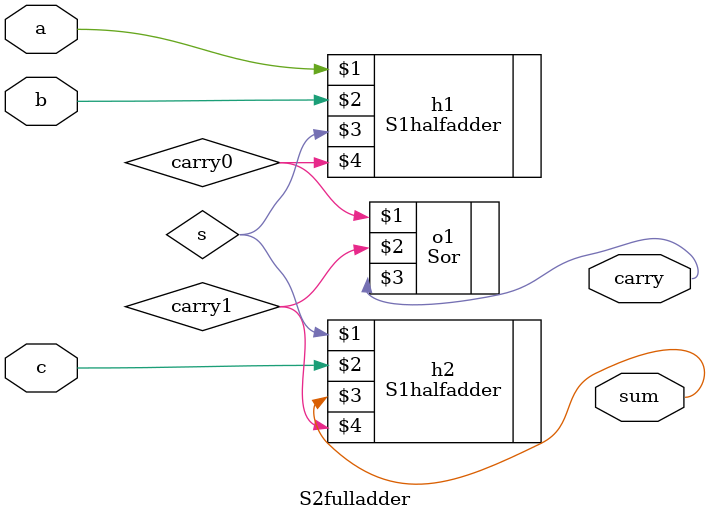
<source format=v>
module S2fulladder(a,b,c,sum,carry
    );
input a,b,c;
output sum,carry;
wire sum,s,carry0,carry1,carry;
S1halfadder h1(a,b,s,carry0);
S1halfadder h2(s,c,sum,carry1);
Sor o1(carry0,carry1,carry);
  endmodule


</source>
